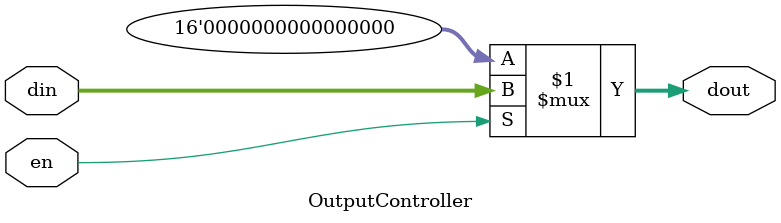
<source format=sv>
module BarrelShifter #(
    parameter SIZE = 16,
    parameter SHIFT_WIDTH = 4
)(
    input [SIZE-1:0] din,
    input [SHIFT_WIDTH-1:0] shift,
    input en, left,
    output [SIZE-1:0] dout
);
    // Internal wires
    wire [SIZE-1:0] left_shift_result;
    wire [SIZE-1:0] right_shift_result;
    wire [SIZE-1:0] shift_result;
    
    // Instantiate left shifter module
    LeftShifter #(
        .SIZE(SIZE),
        .SHIFT_WIDTH(SHIFT_WIDTH)
    ) left_shifter_inst (
        .din(din),
        .shift(shift),
        .dout(left_shift_result)
    );
    
    // Instantiate right shifter module
    RightShifter #(
        .SIZE(SIZE),
        .SHIFT_WIDTH(SHIFT_WIDTH)
    ) right_shifter_inst (
        .din(din),
        .shift(shift),
        .dout(right_shift_result)
    );
    
    // Shift direction selector module
    ShiftSelector #(
        .SIZE(SIZE)
    ) shift_selector_inst (
        .left_data(left_shift_result),
        .right_data(right_shift_result),
        .select_left(left),
        .dout(shift_result)
    );
    
    // Output enable control module
    OutputController #(
        .SIZE(SIZE)
    ) output_controller_inst (
        .din(shift_result),
        .en(en),
        .dout(dout)
    );
    
endmodule

// Left shift operation module
module LeftShifter #(
    parameter SIZE = 16,
    parameter SHIFT_WIDTH = 4
)(
    input [SIZE-1:0] din,
    input [SHIFT_WIDTH-1:0] shift,
    output [SIZE-1:0] dout
);
    assign dout = din << shift;
endmodule

// Right shift operation module
module RightShifter #(
    parameter SIZE = 16,
    parameter SHIFT_WIDTH = 4
)(
    input [SIZE-1:0] din,
    input [SHIFT_WIDTH-1:0] shift,
    output [SIZE-1:0] dout
);
    assign dout = din >> shift;
endmodule

// Shift direction selector module
module ShiftSelector #(
    parameter SIZE = 16
)(
    input [SIZE-1:0] left_data,
    input [SIZE-1:0] right_data,
    input select_left,
    output [SIZE-1:0] dout
);
    assign dout = select_left ? left_data : right_data;
endmodule

// Output enable control module
module OutputController #(
    parameter SIZE = 16
)(
    input [SIZE-1:0] din,
    input en,
    output [SIZE-1:0] dout
);
    assign dout = en ? din : {SIZE{1'b0}};
endmodule
</source>
